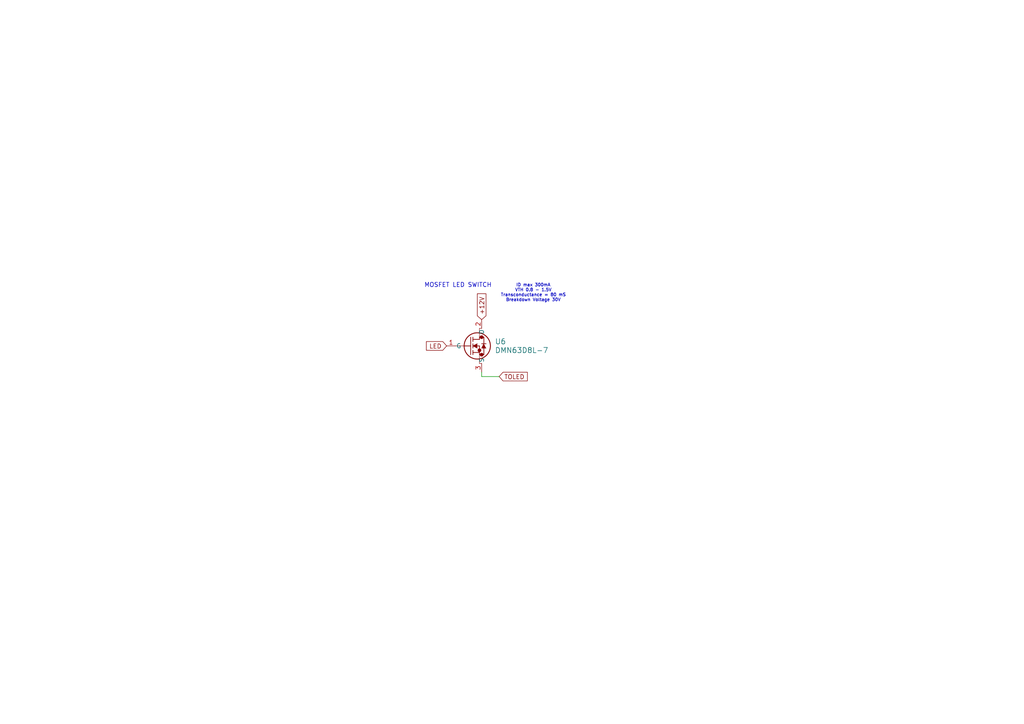
<source format=kicad_sch>
(kicad_sch (version 20231120) (generator "eeschema") (generator_version "8.0")
  (paper "A4")
  (lib_symbols
    (symbol "2024-11-14_23-43-12:DMN63D8L-7" (pin_names (offset 0.254))
      (property "Reference" "U" (at 13.97 1.905 0))
      (property "Value" "DMN63D8L-7" (at 13.97 -2.54 0))
      (symbol "DMN63D8L-7_1_1"
        (polyline (pts (xy 2.54 0) (xy 5.08 0)) (stroke (width 0.127)))
        (polyline (pts (xy 5.08 0) (xy 6.985 0)) (stroke (width 0.2032)))
        (polyline (pts (xy 6.985 -2.54) (xy 6.985 2.54)) (stroke (width 0.2032)))
        (polyline (pts (xy 7.62 -2.54) (xy 7.62 -1.27)) (stroke (width 0.2032)))
        (polyline (pts (xy 7.62 -1.905) (xy 9.525 -1.905)) (stroke (width 0.2032)))
        (polyline (pts (xy 7.62 -0.635) (xy 7.62 0.635)) (stroke (width 0.2032)))
        (polyline (pts (xy 7.62 1.27) (xy 7.62 2.54)) (stroke (width 0.2032)))
        (polyline (pts (xy 7.62 1.905) (xy 9.525 1.905)) (stroke (width 0.2032)))
        (polyline (pts (xy 8.89 0) (xy 9.525 0)) (stroke (width 0.2032)))
        (polyline (pts (xy 9.525 -5.08) (xy 9.525 -2.54)) (stroke (width 0.127)))
        (polyline (pts (xy 9.525 -2.54) (xy 9.525 0)) (stroke (width 0.2032)))
        (polyline (pts (xy 9.525 -2.54) (xy 10.795 -2.54)) (stroke (width 0.2032)))
        (polyline (pts (xy 9.525 1.905) (xy 9.525 2.54)) (stroke (width 0.2032)))
        (polyline (pts (xy 9.525 2.54) (xy 9.525 5.08)) (stroke (width 0.127)))
        (polyline (pts (xy 9.525 2.54) (xy 10.795 2.54)) (stroke (width 0.2032)))
        (polyline (pts (xy 9.525 5.08) (xy 10.16 5.08)) (stroke (width 0.127)))
        (polyline (pts (xy 10.16 -5.08) (xy 9.525 -5.08)) (stroke (width 0.127)))
        (polyline (pts (xy 10.795 -2.54) (xy 10.795 -0.635)) (stroke (width 0.2032)))
        (polyline (pts (xy 10.795 0.635) (xy 10.795 2.54)) (stroke (width 0.2032)))
        (polyline (pts (xy 11.43 0.635) (xy 10.16 0.635)) (stroke (width 0.2032)))
        (polyline (pts (xy 8.89 0.635) (xy 7.62 0) (xy 8.89 -0.635)) (fill (type outline)))
        (polyline (pts (xy 11.43 -0.635) (xy 10.16 -0.635) (xy 10.795 0.635)) (fill (type outline)))
        (circle (center 8.89 0) (radius 3.81) (stroke (width 0.254)))
        (circle (center 9.525 -1.27) (radius 0.0254) (stroke (width 0.508)))
        (circle (center 10.16 -2.54) (radius 0.0254) (stroke (width 0.508)))
        (circle (center 10.16 2.54) (radius 0.0254) (stroke (width 0.508)))
        (pin unspecified line (at 0 0 0) (length 2.54) (name "G") (number "1"))
        (pin unspecified line (at 10.16 7.62 270) (length 2.54) (name "D") (number "2"))
        (pin unspecified line (at 10.16 -7.62 90) (length 2.54) (name "S") (number "3"))
      )
    )
  )
  (wire (pts (xy 139.7 109.22) (xy 139.7 107.95)))
  (wire (pts (xy 144.78 109.22) (xy 139.7 109.22)))
  (text "MOSFET LED SWITCH\n" (at 132.842 82.804 0) (effects (font (size 1.27 1.27))))
  (text "ID max 300mA\nVTH 0.8 - 1.5V\nTransconductance = 80 mS\nBreakdown Voltage 30V\n\n\n\n" (at 154.686 87.122 0) (effects (font (size 0.889 0.889))))
  (global_label "LED" (shape input) (at 129.54 100.33 180) (property "Intersheetrefs" "${INTERSHEET_REFS}" (effects (hide yes))))
  (global_label "TOLED" (shape input) (at 144.78 109.22 0) (property "Intersheetrefs" "${INTERSHEET_REFS}" (effects (hide yes))))
  (global_label "+12V" (shape input) (at 139.7 92.71 90) (property "Intersheetrefs" "${INTERSHEET_REFS}" (effects (hide yes))))
  (symbol (lib_id "2024-11-14_23-43-12:DMN63D8L-7") (at 129.54 100.33 0) (unit 1)
    (property "Reference" "U6" (at 143.51 99.0599 0) (effects (font (size 1.524 1.524)) (justify left)))
    (property "Value" "DMN63D8L-7" (at 143.51 101.5999 0) (effects (font (size 1.524 1.524)) (justify left)))
    (property "Datasheet" "DMN63D8L-7" (effects (hide yes)))
  )
)
</source>
